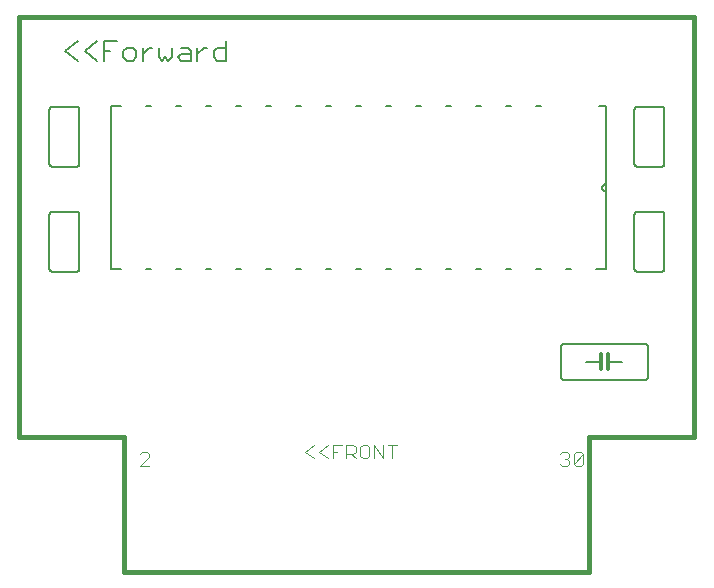
<source format=gto>
G75*
%MOIN*%
%OFA0B0*%
%FSLAX25Y25*%
%IPPOS*%
%LPD*%
%AMOC8*
5,1,8,0,0,1.08239X$1,22.5*
%
%ADD10C,0.01600*%
%ADD11C,0.00600*%
%ADD12C,0.01200*%
%ADD13C,0.00400*%
D10*
X0176500Y0046900D02*
X0176500Y0186900D01*
X0401500Y0186900D01*
X0401500Y0046900D01*
X0366500Y0046900D01*
X0366500Y0001900D01*
X0211500Y0001900D01*
X0211500Y0046900D01*
X0176500Y0046900D01*
D11*
X0187500Y0101900D02*
X0195500Y0101900D01*
X0195560Y0101902D01*
X0195621Y0101907D01*
X0195680Y0101916D01*
X0195739Y0101929D01*
X0195798Y0101945D01*
X0195855Y0101965D01*
X0195910Y0101988D01*
X0195965Y0102015D01*
X0196017Y0102044D01*
X0196068Y0102077D01*
X0196117Y0102113D01*
X0196163Y0102151D01*
X0196207Y0102193D01*
X0196249Y0102237D01*
X0196287Y0102283D01*
X0196323Y0102332D01*
X0196356Y0102383D01*
X0196385Y0102435D01*
X0196412Y0102490D01*
X0196435Y0102545D01*
X0196455Y0102602D01*
X0196471Y0102661D01*
X0196484Y0102720D01*
X0196493Y0102779D01*
X0196498Y0102840D01*
X0196500Y0102900D01*
X0196500Y0120900D01*
X0196498Y0120960D01*
X0196493Y0121021D01*
X0196484Y0121080D01*
X0196471Y0121139D01*
X0196455Y0121198D01*
X0196435Y0121255D01*
X0196412Y0121310D01*
X0196385Y0121365D01*
X0196356Y0121417D01*
X0196323Y0121468D01*
X0196287Y0121517D01*
X0196249Y0121563D01*
X0196207Y0121607D01*
X0196163Y0121649D01*
X0196117Y0121687D01*
X0196068Y0121723D01*
X0196017Y0121756D01*
X0195965Y0121785D01*
X0195910Y0121812D01*
X0195855Y0121835D01*
X0195798Y0121855D01*
X0195739Y0121871D01*
X0195680Y0121884D01*
X0195621Y0121893D01*
X0195560Y0121898D01*
X0195500Y0121900D01*
X0187500Y0121900D01*
X0187440Y0121898D01*
X0187379Y0121893D01*
X0187320Y0121884D01*
X0187261Y0121871D01*
X0187202Y0121855D01*
X0187145Y0121835D01*
X0187090Y0121812D01*
X0187035Y0121785D01*
X0186983Y0121756D01*
X0186932Y0121723D01*
X0186883Y0121687D01*
X0186837Y0121649D01*
X0186793Y0121607D01*
X0186751Y0121563D01*
X0186713Y0121517D01*
X0186677Y0121468D01*
X0186644Y0121417D01*
X0186615Y0121365D01*
X0186588Y0121310D01*
X0186565Y0121255D01*
X0186545Y0121198D01*
X0186529Y0121139D01*
X0186516Y0121080D01*
X0186507Y0121021D01*
X0186502Y0120960D01*
X0186500Y0120900D01*
X0186500Y0102900D01*
X0186502Y0102840D01*
X0186507Y0102779D01*
X0186516Y0102720D01*
X0186529Y0102661D01*
X0186545Y0102602D01*
X0186565Y0102545D01*
X0186588Y0102490D01*
X0186615Y0102435D01*
X0186644Y0102383D01*
X0186677Y0102332D01*
X0186713Y0102283D01*
X0186751Y0102237D01*
X0186793Y0102193D01*
X0186837Y0102151D01*
X0186883Y0102113D01*
X0186932Y0102077D01*
X0186983Y0102044D01*
X0187035Y0102015D01*
X0187090Y0101988D01*
X0187145Y0101965D01*
X0187202Y0101945D01*
X0187261Y0101929D01*
X0187320Y0101916D01*
X0187379Y0101907D01*
X0187440Y0101902D01*
X0187500Y0101900D01*
X0207000Y0102700D02*
X0210200Y0102700D01*
X0207000Y0102700D02*
X0207000Y0157100D01*
X0210200Y0157100D01*
X0218800Y0157100D02*
X0220200Y0157100D01*
X0228800Y0157100D02*
X0230200Y0157100D01*
X0238800Y0157100D02*
X0240200Y0157100D01*
X0248800Y0157100D02*
X0250200Y0157100D01*
X0258800Y0157100D02*
X0260200Y0157100D01*
X0268800Y0157100D02*
X0270200Y0157100D01*
X0278800Y0157100D02*
X0280200Y0157100D01*
X0288800Y0157100D02*
X0290200Y0157100D01*
X0298800Y0157100D02*
X0300200Y0157100D01*
X0308800Y0157100D02*
X0310200Y0157100D01*
X0318800Y0157100D02*
X0320200Y0157100D01*
X0328800Y0157100D02*
X0330200Y0157100D01*
X0338800Y0157100D02*
X0340200Y0157100D01*
X0348800Y0157100D02*
X0350200Y0157100D01*
X0369700Y0157100D02*
X0372000Y0157100D01*
X0372000Y0131100D01*
X0372000Y0128700D01*
X0372000Y0102700D01*
X0368800Y0102700D01*
X0360200Y0102700D02*
X0358800Y0102700D01*
X0350200Y0102700D02*
X0348800Y0102700D01*
X0340200Y0102700D02*
X0338800Y0102700D01*
X0330200Y0102700D02*
X0328800Y0102700D01*
X0320200Y0102700D02*
X0318800Y0102700D01*
X0310200Y0102700D02*
X0308800Y0102700D01*
X0300200Y0102700D02*
X0298800Y0102700D01*
X0290200Y0102700D02*
X0288800Y0102700D01*
X0280200Y0102700D02*
X0278800Y0102700D01*
X0270200Y0102700D02*
X0268800Y0102700D01*
X0260200Y0102700D02*
X0258800Y0102700D01*
X0250200Y0102700D02*
X0248800Y0102700D01*
X0240200Y0102700D02*
X0238800Y0102700D01*
X0230200Y0102700D02*
X0228800Y0102700D01*
X0220200Y0102700D02*
X0218800Y0102700D01*
X0195500Y0136900D02*
X0187500Y0136900D01*
X0187440Y0136902D01*
X0187379Y0136907D01*
X0187320Y0136916D01*
X0187261Y0136929D01*
X0187202Y0136945D01*
X0187145Y0136965D01*
X0187090Y0136988D01*
X0187035Y0137015D01*
X0186983Y0137044D01*
X0186932Y0137077D01*
X0186883Y0137113D01*
X0186837Y0137151D01*
X0186793Y0137193D01*
X0186751Y0137237D01*
X0186713Y0137283D01*
X0186677Y0137332D01*
X0186644Y0137383D01*
X0186615Y0137435D01*
X0186588Y0137490D01*
X0186565Y0137545D01*
X0186545Y0137602D01*
X0186529Y0137661D01*
X0186516Y0137720D01*
X0186507Y0137779D01*
X0186502Y0137840D01*
X0186500Y0137900D01*
X0186500Y0155900D01*
X0186502Y0155960D01*
X0186507Y0156021D01*
X0186516Y0156080D01*
X0186529Y0156139D01*
X0186545Y0156198D01*
X0186565Y0156255D01*
X0186588Y0156310D01*
X0186615Y0156365D01*
X0186644Y0156417D01*
X0186677Y0156468D01*
X0186713Y0156517D01*
X0186751Y0156563D01*
X0186793Y0156607D01*
X0186837Y0156649D01*
X0186883Y0156687D01*
X0186932Y0156723D01*
X0186983Y0156756D01*
X0187035Y0156785D01*
X0187090Y0156812D01*
X0187145Y0156835D01*
X0187202Y0156855D01*
X0187261Y0156871D01*
X0187320Y0156884D01*
X0187379Y0156893D01*
X0187440Y0156898D01*
X0187500Y0156900D01*
X0195500Y0156900D01*
X0195560Y0156898D01*
X0195621Y0156893D01*
X0195680Y0156884D01*
X0195739Y0156871D01*
X0195798Y0156855D01*
X0195855Y0156835D01*
X0195910Y0156812D01*
X0195965Y0156785D01*
X0196017Y0156756D01*
X0196068Y0156723D01*
X0196117Y0156687D01*
X0196163Y0156649D01*
X0196207Y0156607D01*
X0196249Y0156563D01*
X0196287Y0156517D01*
X0196323Y0156468D01*
X0196356Y0156417D01*
X0196385Y0156365D01*
X0196412Y0156310D01*
X0196435Y0156255D01*
X0196455Y0156198D01*
X0196471Y0156139D01*
X0196484Y0156080D01*
X0196493Y0156021D01*
X0196498Y0155960D01*
X0196500Y0155900D01*
X0196500Y0137900D01*
X0196498Y0137840D01*
X0196493Y0137779D01*
X0196484Y0137720D01*
X0196471Y0137661D01*
X0196455Y0137602D01*
X0196435Y0137545D01*
X0196412Y0137490D01*
X0196385Y0137435D01*
X0196356Y0137383D01*
X0196323Y0137332D01*
X0196287Y0137283D01*
X0196249Y0137237D01*
X0196207Y0137193D01*
X0196163Y0137151D01*
X0196117Y0137113D01*
X0196068Y0137077D01*
X0196017Y0137044D01*
X0195965Y0137015D01*
X0195910Y0136988D01*
X0195855Y0136965D01*
X0195798Y0136945D01*
X0195739Y0136929D01*
X0195680Y0136916D01*
X0195621Y0136907D01*
X0195560Y0136902D01*
X0195500Y0136900D01*
X0196070Y0172200D02*
X0191800Y0175403D01*
X0196070Y0178605D01*
X0198245Y0175403D02*
X0202516Y0172200D01*
X0204691Y0172200D02*
X0204691Y0178605D01*
X0208961Y0178605D01*
X0211136Y0175403D02*
X0212204Y0176470D01*
X0214339Y0176470D01*
X0215407Y0175403D01*
X0215407Y0173268D01*
X0214339Y0172200D01*
X0212204Y0172200D01*
X0211136Y0173268D01*
X0211136Y0175403D01*
X0206826Y0175403D02*
X0204691Y0175403D01*
X0202516Y0178605D02*
X0198245Y0175403D01*
X0217582Y0176470D02*
X0217582Y0172200D01*
X0217582Y0174335D02*
X0219717Y0176470D01*
X0220785Y0176470D01*
X0222953Y0176470D02*
X0222953Y0173268D01*
X0224021Y0172200D01*
X0225088Y0173268D01*
X0226156Y0172200D01*
X0227224Y0173268D01*
X0227224Y0176470D01*
X0230466Y0176470D02*
X0232601Y0176470D01*
X0233669Y0175403D01*
X0233669Y0172200D01*
X0230466Y0172200D01*
X0229399Y0173268D01*
X0230466Y0174335D01*
X0233669Y0174335D01*
X0235844Y0174335D02*
X0237979Y0176470D01*
X0239047Y0176470D01*
X0241215Y0175403D02*
X0242283Y0176470D01*
X0245486Y0176470D01*
X0245486Y0178605D02*
X0245486Y0172200D01*
X0242283Y0172200D01*
X0241215Y0173268D01*
X0241215Y0175403D01*
X0235844Y0176470D02*
X0235844Y0172200D01*
X0372000Y0131100D02*
X0371931Y0131098D01*
X0371863Y0131092D01*
X0371795Y0131082D01*
X0371728Y0131069D01*
X0371662Y0131051D01*
X0371597Y0131030D01*
X0371533Y0131005D01*
X0371471Y0130977D01*
X0371410Y0130945D01*
X0371351Y0130910D01*
X0371295Y0130871D01*
X0371240Y0130829D01*
X0371189Y0130784D01*
X0371139Y0130736D01*
X0371093Y0130686D01*
X0371050Y0130633D01*
X0371009Y0130577D01*
X0370972Y0130520D01*
X0370939Y0130460D01*
X0370908Y0130398D01*
X0370882Y0130335D01*
X0370859Y0130271D01*
X0370839Y0130205D01*
X0370824Y0130138D01*
X0370812Y0130071D01*
X0370804Y0130003D01*
X0370800Y0129934D01*
X0370800Y0129866D01*
X0370804Y0129797D01*
X0370812Y0129729D01*
X0370824Y0129662D01*
X0370839Y0129595D01*
X0370859Y0129529D01*
X0370882Y0129465D01*
X0370908Y0129402D01*
X0370939Y0129340D01*
X0370972Y0129280D01*
X0371009Y0129223D01*
X0371050Y0129167D01*
X0371093Y0129114D01*
X0371139Y0129064D01*
X0371189Y0129016D01*
X0371240Y0128971D01*
X0371295Y0128929D01*
X0371351Y0128890D01*
X0371410Y0128855D01*
X0371471Y0128823D01*
X0371533Y0128795D01*
X0371597Y0128770D01*
X0371662Y0128749D01*
X0371728Y0128731D01*
X0371795Y0128718D01*
X0371863Y0128708D01*
X0371931Y0128702D01*
X0372000Y0128700D01*
X0381500Y0120900D02*
X0381500Y0102900D01*
X0381502Y0102840D01*
X0381507Y0102779D01*
X0381516Y0102720D01*
X0381529Y0102661D01*
X0381545Y0102602D01*
X0381565Y0102545D01*
X0381588Y0102490D01*
X0381615Y0102435D01*
X0381644Y0102383D01*
X0381677Y0102332D01*
X0381713Y0102283D01*
X0381751Y0102237D01*
X0381793Y0102193D01*
X0381837Y0102151D01*
X0381883Y0102113D01*
X0381932Y0102077D01*
X0381983Y0102044D01*
X0382035Y0102015D01*
X0382090Y0101988D01*
X0382145Y0101965D01*
X0382202Y0101945D01*
X0382261Y0101929D01*
X0382320Y0101916D01*
X0382379Y0101907D01*
X0382440Y0101902D01*
X0382500Y0101900D01*
X0390500Y0101900D01*
X0390560Y0101902D01*
X0390621Y0101907D01*
X0390680Y0101916D01*
X0390739Y0101929D01*
X0390798Y0101945D01*
X0390855Y0101965D01*
X0390910Y0101988D01*
X0390965Y0102015D01*
X0391017Y0102044D01*
X0391068Y0102077D01*
X0391117Y0102113D01*
X0391163Y0102151D01*
X0391207Y0102193D01*
X0391249Y0102237D01*
X0391287Y0102283D01*
X0391323Y0102332D01*
X0391356Y0102383D01*
X0391385Y0102435D01*
X0391412Y0102490D01*
X0391435Y0102545D01*
X0391455Y0102602D01*
X0391471Y0102661D01*
X0391484Y0102720D01*
X0391493Y0102779D01*
X0391498Y0102840D01*
X0391500Y0102900D01*
X0391500Y0120900D01*
X0391498Y0120960D01*
X0391493Y0121021D01*
X0391484Y0121080D01*
X0391471Y0121139D01*
X0391455Y0121198D01*
X0391435Y0121255D01*
X0391412Y0121310D01*
X0391385Y0121365D01*
X0391356Y0121417D01*
X0391323Y0121468D01*
X0391287Y0121517D01*
X0391249Y0121563D01*
X0391207Y0121607D01*
X0391163Y0121649D01*
X0391117Y0121687D01*
X0391068Y0121723D01*
X0391017Y0121756D01*
X0390965Y0121785D01*
X0390910Y0121812D01*
X0390855Y0121835D01*
X0390798Y0121855D01*
X0390739Y0121871D01*
X0390680Y0121884D01*
X0390621Y0121893D01*
X0390560Y0121898D01*
X0390500Y0121900D01*
X0382500Y0121900D01*
X0382440Y0121898D01*
X0382379Y0121893D01*
X0382320Y0121884D01*
X0382261Y0121871D01*
X0382202Y0121855D01*
X0382145Y0121835D01*
X0382090Y0121812D01*
X0382035Y0121785D01*
X0381983Y0121756D01*
X0381932Y0121723D01*
X0381883Y0121687D01*
X0381837Y0121649D01*
X0381793Y0121607D01*
X0381751Y0121563D01*
X0381713Y0121517D01*
X0381677Y0121468D01*
X0381644Y0121417D01*
X0381615Y0121365D01*
X0381588Y0121310D01*
X0381565Y0121255D01*
X0381545Y0121198D01*
X0381529Y0121139D01*
X0381516Y0121080D01*
X0381507Y0121021D01*
X0381502Y0120960D01*
X0381500Y0120900D01*
X0382500Y0136900D02*
X0390500Y0136900D01*
X0390560Y0136902D01*
X0390621Y0136907D01*
X0390680Y0136916D01*
X0390739Y0136929D01*
X0390798Y0136945D01*
X0390855Y0136965D01*
X0390910Y0136988D01*
X0390965Y0137015D01*
X0391017Y0137044D01*
X0391068Y0137077D01*
X0391117Y0137113D01*
X0391163Y0137151D01*
X0391207Y0137193D01*
X0391249Y0137237D01*
X0391287Y0137283D01*
X0391323Y0137332D01*
X0391356Y0137383D01*
X0391385Y0137435D01*
X0391412Y0137490D01*
X0391435Y0137545D01*
X0391455Y0137602D01*
X0391471Y0137661D01*
X0391484Y0137720D01*
X0391493Y0137779D01*
X0391498Y0137840D01*
X0391500Y0137900D01*
X0391500Y0155900D01*
X0391498Y0155960D01*
X0391493Y0156021D01*
X0391484Y0156080D01*
X0391471Y0156139D01*
X0391455Y0156198D01*
X0391435Y0156255D01*
X0391412Y0156310D01*
X0391385Y0156365D01*
X0391356Y0156417D01*
X0391323Y0156468D01*
X0391287Y0156517D01*
X0391249Y0156563D01*
X0391207Y0156607D01*
X0391163Y0156649D01*
X0391117Y0156687D01*
X0391068Y0156723D01*
X0391017Y0156756D01*
X0390965Y0156785D01*
X0390910Y0156812D01*
X0390855Y0156835D01*
X0390798Y0156855D01*
X0390739Y0156871D01*
X0390680Y0156884D01*
X0390621Y0156893D01*
X0390560Y0156898D01*
X0390500Y0156900D01*
X0382500Y0156900D01*
X0382440Y0156898D01*
X0382379Y0156893D01*
X0382320Y0156884D01*
X0382261Y0156871D01*
X0382202Y0156855D01*
X0382145Y0156835D01*
X0382090Y0156812D01*
X0382035Y0156785D01*
X0381983Y0156756D01*
X0381932Y0156723D01*
X0381883Y0156687D01*
X0381837Y0156649D01*
X0381793Y0156607D01*
X0381751Y0156563D01*
X0381713Y0156517D01*
X0381677Y0156468D01*
X0381644Y0156417D01*
X0381615Y0156365D01*
X0381588Y0156310D01*
X0381565Y0156255D01*
X0381545Y0156198D01*
X0381529Y0156139D01*
X0381516Y0156080D01*
X0381507Y0156021D01*
X0381502Y0155960D01*
X0381500Y0155900D01*
X0381500Y0137900D01*
X0381502Y0137840D01*
X0381507Y0137779D01*
X0381516Y0137720D01*
X0381529Y0137661D01*
X0381545Y0137602D01*
X0381565Y0137545D01*
X0381588Y0137490D01*
X0381615Y0137435D01*
X0381644Y0137383D01*
X0381677Y0137332D01*
X0381713Y0137283D01*
X0381751Y0137237D01*
X0381793Y0137193D01*
X0381837Y0137151D01*
X0381883Y0137113D01*
X0381932Y0137077D01*
X0381983Y0137044D01*
X0382035Y0137015D01*
X0382090Y0136988D01*
X0382145Y0136965D01*
X0382202Y0136945D01*
X0382261Y0136929D01*
X0382320Y0136916D01*
X0382379Y0136907D01*
X0382440Y0136902D01*
X0382500Y0136900D01*
X0385000Y0077900D02*
X0358000Y0077900D01*
X0357940Y0077898D01*
X0357879Y0077893D01*
X0357820Y0077884D01*
X0357761Y0077871D01*
X0357702Y0077855D01*
X0357645Y0077835D01*
X0357590Y0077812D01*
X0357535Y0077785D01*
X0357483Y0077756D01*
X0357432Y0077723D01*
X0357383Y0077687D01*
X0357337Y0077649D01*
X0357293Y0077607D01*
X0357251Y0077563D01*
X0357213Y0077517D01*
X0357177Y0077468D01*
X0357144Y0077417D01*
X0357115Y0077365D01*
X0357088Y0077310D01*
X0357065Y0077255D01*
X0357045Y0077198D01*
X0357029Y0077139D01*
X0357016Y0077080D01*
X0357007Y0077021D01*
X0357002Y0076960D01*
X0357000Y0076900D01*
X0357000Y0066900D01*
X0357002Y0066840D01*
X0357007Y0066779D01*
X0357016Y0066720D01*
X0357029Y0066661D01*
X0357045Y0066602D01*
X0357065Y0066545D01*
X0357088Y0066490D01*
X0357115Y0066435D01*
X0357144Y0066383D01*
X0357177Y0066332D01*
X0357213Y0066283D01*
X0357251Y0066237D01*
X0357293Y0066193D01*
X0357337Y0066151D01*
X0357383Y0066113D01*
X0357432Y0066077D01*
X0357483Y0066044D01*
X0357535Y0066015D01*
X0357590Y0065988D01*
X0357645Y0065965D01*
X0357702Y0065945D01*
X0357761Y0065929D01*
X0357820Y0065916D01*
X0357879Y0065907D01*
X0357940Y0065902D01*
X0358000Y0065900D01*
X0385000Y0065900D01*
X0385060Y0065902D01*
X0385121Y0065907D01*
X0385180Y0065916D01*
X0385239Y0065929D01*
X0385298Y0065945D01*
X0385355Y0065965D01*
X0385410Y0065988D01*
X0385465Y0066015D01*
X0385517Y0066044D01*
X0385568Y0066077D01*
X0385617Y0066113D01*
X0385663Y0066151D01*
X0385707Y0066193D01*
X0385749Y0066237D01*
X0385787Y0066283D01*
X0385823Y0066332D01*
X0385856Y0066383D01*
X0385885Y0066435D01*
X0385912Y0066490D01*
X0385935Y0066545D01*
X0385955Y0066602D01*
X0385971Y0066661D01*
X0385984Y0066720D01*
X0385993Y0066779D01*
X0385998Y0066840D01*
X0386000Y0066900D01*
X0386000Y0076900D01*
X0385998Y0076960D01*
X0385993Y0077021D01*
X0385984Y0077080D01*
X0385971Y0077139D01*
X0385955Y0077198D01*
X0385935Y0077255D01*
X0385912Y0077310D01*
X0385885Y0077365D01*
X0385856Y0077417D01*
X0385823Y0077468D01*
X0385787Y0077517D01*
X0385749Y0077563D01*
X0385707Y0077607D01*
X0385663Y0077649D01*
X0385617Y0077687D01*
X0385568Y0077723D01*
X0385517Y0077756D01*
X0385465Y0077785D01*
X0385410Y0077812D01*
X0385355Y0077835D01*
X0385298Y0077855D01*
X0385239Y0077871D01*
X0385180Y0077884D01*
X0385121Y0077893D01*
X0385060Y0077898D01*
X0385000Y0077900D01*
X0377500Y0071900D02*
X0372700Y0071900D01*
X0370200Y0071900D02*
X0365500Y0071900D01*
D12*
X0370200Y0071900D02*
X0370200Y0074400D01*
X0370200Y0071900D02*
X0370200Y0069400D01*
X0372700Y0069400D02*
X0372700Y0071900D01*
X0372700Y0074400D01*
D13*
X0363606Y0041704D02*
X0362071Y0041704D01*
X0361304Y0040937D01*
X0361304Y0037867D01*
X0364373Y0040937D01*
X0364373Y0037867D01*
X0363606Y0037100D01*
X0362071Y0037100D01*
X0361304Y0037867D01*
X0359769Y0037867D02*
X0359002Y0037100D01*
X0357467Y0037100D01*
X0356700Y0037867D01*
X0358235Y0039402D02*
X0359002Y0039402D01*
X0359769Y0038635D01*
X0359769Y0037867D01*
X0359002Y0039402D02*
X0359769Y0040169D01*
X0359769Y0040937D01*
X0359002Y0041704D01*
X0357467Y0041704D01*
X0356700Y0040937D01*
X0363606Y0041704D02*
X0364373Y0040937D01*
X0302393Y0044204D02*
X0299324Y0044204D01*
X0300858Y0044204D02*
X0300858Y0039600D01*
X0297789Y0039600D02*
X0297789Y0044204D01*
X0294720Y0044204D02*
X0297789Y0039600D01*
X0294720Y0039600D02*
X0294720Y0044204D01*
X0293185Y0043437D02*
X0292418Y0044204D01*
X0290883Y0044204D01*
X0290116Y0043437D01*
X0290116Y0040367D01*
X0290883Y0039600D01*
X0292418Y0039600D01*
X0293185Y0040367D01*
X0293185Y0043437D01*
X0288581Y0043437D02*
X0288581Y0041902D01*
X0287814Y0041135D01*
X0285512Y0041135D01*
X0287046Y0041135D02*
X0288581Y0039600D01*
X0285512Y0039600D02*
X0285512Y0044204D01*
X0287814Y0044204D01*
X0288581Y0043437D01*
X0283977Y0044204D02*
X0280908Y0044204D01*
X0280908Y0039600D01*
X0279373Y0039600D02*
X0276304Y0041902D01*
X0279373Y0044204D01*
X0280908Y0041902D02*
X0282442Y0041902D01*
X0274769Y0044204D02*
X0271700Y0041902D01*
X0274769Y0039600D01*
X0219769Y0040169D02*
X0219769Y0040937D01*
X0219002Y0041704D01*
X0217467Y0041704D01*
X0216700Y0040937D01*
X0219769Y0040169D02*
X0216700Y0037100D01*
X0219769Y0037100D01*
M02*

</source>
